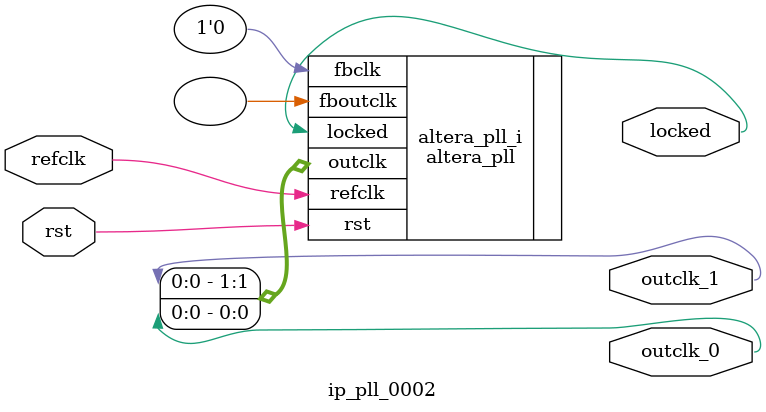
<source format=v>
`timescale 1ns/10ps
module  ip_pll_0002(

	// interface 'refclk'
	input wire refclk,

	// interface 'reset'
	input wire rst,

	// interface 'outclk0'
	output wire outclk_0,

	// interface 'outclk1'
	output wire outclk_1,

	// interface 'locked'
	output wire locked
);

	altera_pll #(
		.fractional_vco_multiplier("false"),
		.reference_clock_frequency("50.0 MHz"),
		.operation_mode("normal"),
		.number_of_clocks(2),
		.output_clock_frequency0("100.000000 MHz"),
		.phase_shift0("0 ps"),
		.duty_cycle0(50),
		.output_clock_frequency1("100.000000 MHz"),
		.phase_shift1("3000 ps"),
		.duty_cycle1(50),
		.output_clock_frequency2("0 MHz"),
		.phase_shift2("0 ps"),
		.duty_cycle2(50),
		.output_clock_frequency3("0 MHz"),
		.phase_shift3("0 ps"),
		.duty_cycle3(50),
		.output_clock_frequency4("0 MHz"),
		.phase_shift4("0 ps"),
		.duty_cycle4(50),
		.output_clock_frequency5("0 MHz"),
		.phase_shift5("0 ps"),
		.duty_cycle5(50),
		.output_clock_frequency6("0 MHz"),
		.phase_shift6("0 ps"),
		.duty_cycle6(50),
		.output_clock_frequency7("0 MHz"),
		.phase_shift7("0 ps"),
		.duty_cycle7(50),
		.output_clock_frequency8("0 MHz"),
		.phase_shift8("0 ps"),
		.duty_cycle8(50),
		.output_clock_frequency9("0 MHz"),
		.phase_shift9("0 ps"),
		.duty_cycle9(50),
		.output_clock_frequency10("0 MHz"),
		.phase_shift10("0 ps"),
		.duty_cycle10(50),
		.output_clock_frequency11("0 MHz"),
		.phase_shift11("0 ps"),
		.duty_cycle11(50),
		.output_clock_frequency12("0 MHz"),
		.phase_shift12("0 ps"),
		.duty_cycle12(50),
		.output_clock_frequency13("0 MHz"),
		.phase_shift13("0 ps"),
		.duty_cycle13(50),
		.output_clock_frequency14("0 MHz"),
		.phase_shift14("0 ps"),
		.duty_cycle14(50),
		.output_clock_frequency15("0 MHz"),
		.phase_shift15("0 ps"),
		.duty_cycle15(50),
		.output_clock_frequency16("0 MHz"),
		.phase_shift16("0 ps"),
		.duty_cycle16(50),
		.output_clock_frequency17("0 MHz"),
		.phase_shift17("0 ps"),
		.duty_cycle17(50),
		.pll_type("General"),
		.pll_subtype("General")
	) altera_pll_i (
		.rst	(rst),
		.outclk	({outclk_1, outclk_0}),
		.locked	(locked),
		.fboutclk	( ),
		.fbclk	(1'b0),
		.refclk	(refclk)
	);
endmodule


</source>
